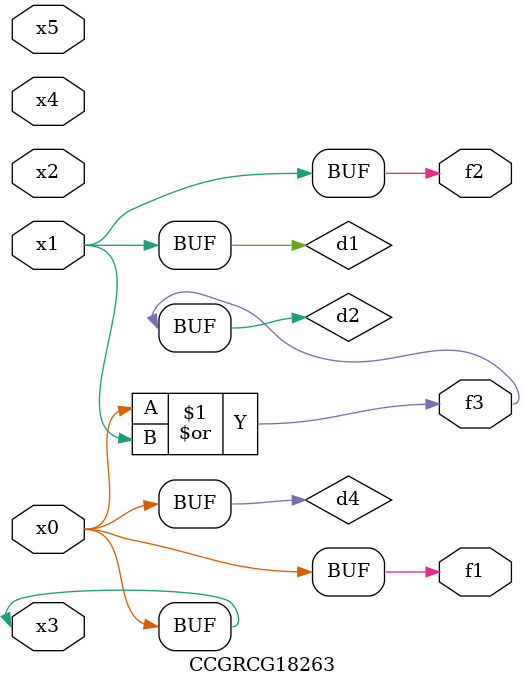
<source format=v>
module CCGRCG18263(
	input x0, x1, x2, x3, x4, x5,
	output f1, f2, f3
);

	wire d1, d2, d3, d4;

	and (d1, x1);
	or (d2, x0, x1);
	nand (d3, x0, x5);
	buf (d4, x0, x3);
	assign f1 = d4;
	assign f2 = d1;
	assign f3 = d2;
endmodule

</source>
